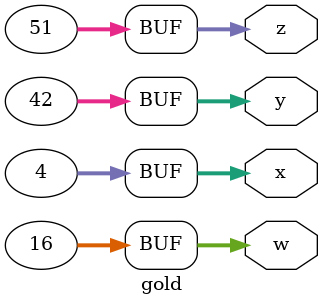
<source format=sv>
module gate(w, x, y, z);
	function automatic integer bar(
		integer a
	);
		bar = 2 ** a;
	endfunction
	output integer w = bar(4);

	function automatic integer foo(
		input integer a, /* implicitly input */ integer b,
		output integer c, /* implicitly output */ integer d
	);
		c = 42;
		d = 51;
		foo = a + b + 1;
	endfunction
	output integer x, y, z;
	initial x = foo(1, 2, y, z);
endmodule

module gold(w, x, y, z);
	output integer w = 16, x = 4, y = 42, z = 51;
endmodule

</source>
